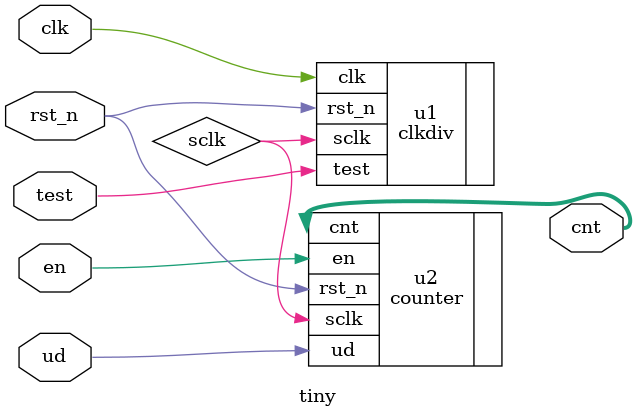
<source format=v>

module tiny(rst_n, clk, ud, en, test, cnt);
  parameter n = 4;
  input rst_n, clk, ud, en, test;
  output [n-1:0] cnt;

  wire sclk;

  //instantiate clkdiv
  clkdiv u1(.clk(clk),.rst_n(rst_n),.test(test),.sclk(sclk));

  //instantiate counter
  counter u2(.sclk(sclk),.rst_n(rst_n),.en(en),.ud(ud),.cnt(cnt));

endmodule

</source>
